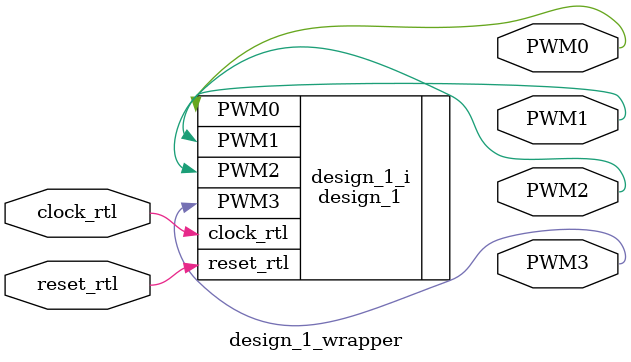
<source format=v>
`timescale 1 ps / 1 ps

module design_1_wrapper
   (PWM0,
    PWM1,
    PWM2,
    PWM3,
    clock_rtl,
    reset_rtl);
  output PWM0;
  output PWM1;
  output PWM2;
  output PWM3;
  input clock_rtl;
  input reset_rtl;

  wire PWM0;
  wire PWM1;
  wire PWM2;
  wire PWM3;
  wire clock_rtl;
  wire reset_rtl;

  design_1 design_1_i
       (.PWM0(PWM0),
        .PWM1(PWM1),
        .PWM2(PWM2),
        .PWM3(PWM3),
        .clock_rtl(clock_rtl),
        .reset_rtl(reset_rtl));
endmodule

</source>
